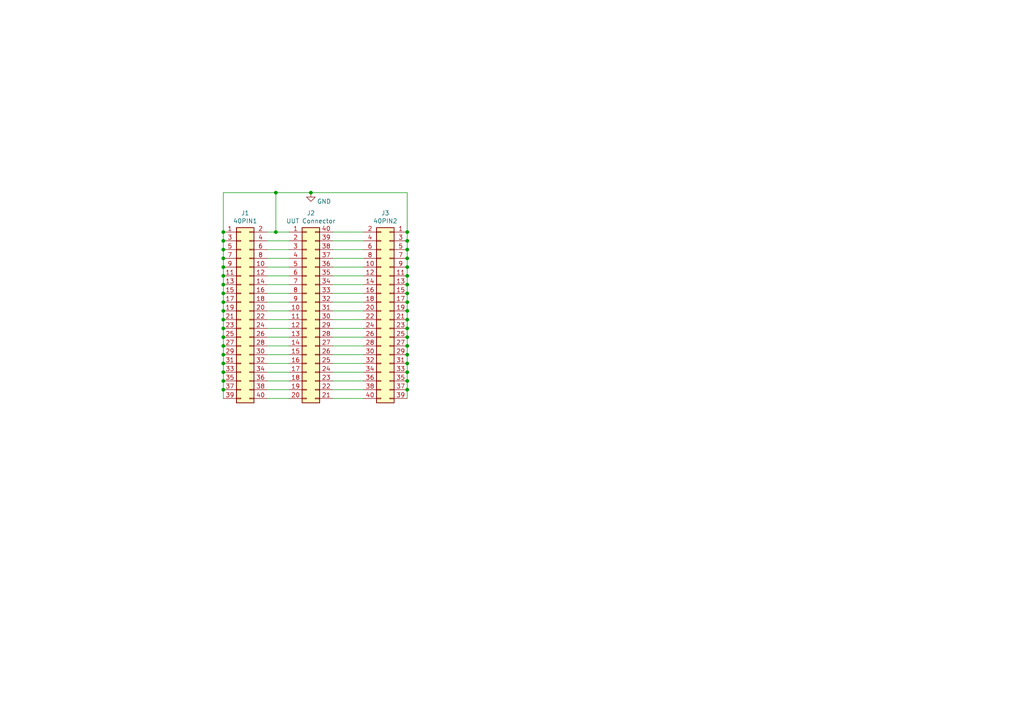
<source format=kicad_sch>
(kicad_sch (version 20231120) (generator "eeschema") (generator_version "8.0")
  (paper "A4")
  (title_block (title "Fluke 9010 UUT Cable (6809 Version)") (date "2021-01-29") (rev "0.1") (comment 3 "mirko (novintic)"))
  (lib_symbols
    (symbol "Connector_Generic:Conn_02x20_Counter_Clockwise" (pin_names (offset 1.016) hide)
      (property "Reference" "J" (at 1.27 25.4 0))
      (property "Value" "Conn_02x20_Counter_Clockwise" (at 1.27 -27.94 0))
      (symbol "Conn_02x20_Counter_Clockwise_1_1"
        (rectangle (start -1.27 -25.273) (end 0 -25.527) (stroke (width 0.1524)))
        (rectangle (start -1.27 -22.733) (end 0 -22.987) (stroke (width 0.1524)))
        (rectangle (start -1.27 -20.193) (end 0 -20.447) (stroke (width 0.1524)))
        (rectangle (start -1.27 -17.653) (end 0 -17.907) (stroke (width 0.1524)))
        (rectangle (start -1.27 -15.113) (end 0 -15.367) (stroke (width 0.1524)))
        (rectangle (start -1.27 -12.573) (end 0 -12.827) (stroke (width 0.1524)))
        (rectangle (start -1.27 -10.033) (end 0 -10.287) (stroke (width 0.1524)))
        (rectangle (start -1.27 -7.493) (end 0 -7.747) (stroke (width 0.1524)))
        (rectangle (start -1.27 -4.953) (end 0 -5.207) (stroke (width 0.1524)))
        (rectangle (start -1.27 -2.413) (end 0 -2.667) (stroke (width 0.1524)))
        (rectangle (start -1.27 0.127) (end 0 -0.127) (stroke (width 0.1524)))
        (rectangle (start -1.27 2.667) (end 0 2.413) (stroke (width 0.1524)))
        (rectangle (start -1.27 5.207) (end 0 4.953) (stroke (width 0.1524)))
        (rectangle (start -1.27 7.747) (end 0 7.493) (stroke (width 0.1524)))
        (rectangle (start -1.27 10.287) (end 0 10.033) (stroke (width 0.1524)))
        (rectangle (start -1.27 12.827) (end 0 12.573) (stroke (width 0.1524)))
        (rectangle (start -1.27 15.367) (end 0 15.113) (stroke (width 0.1524)))
        (rectangle (start -1.27 17.907) (end 0 17.653) (stroke (width 0.1524)))
        (rectangle (start -1.27 20.447) (end 0 20.193) (stroke (width 0.1524)))
        (rectangle (start -1.27 22.987) (end 0 22.733) (stroke (width 0.1524)))
        (rectangle (start -1.27 24.13) (end 3.81 -26.67) (stroke (width 0.254)) (fill (type background)))
        (rectangle (start 3.81 -25.273) (end 2.54 -25.527) (stroke (width 0.1524)))
        (rectangle (start 3.81 -22.733) (end 2.54 -22.987) (stroke (width 0.1524)))
        (rectangle (start 3.81 -20.193) (end 2.54 -20.447) (stroke (width 0.1524)))
        (rectangle (start 3.81 -17.653) (end 2.54 -17.907) (stroke (width 0.1524)))
        (rectangle (start 3.81 -15.113) (end 2.54 -15.367) (stroke (width 0.1524)))
        (rectangle (start 3.81 -12.573) (end 2.54 -12.827) (stroke (width 0.1524)))
        (rectangle (start 3.81 -10.033) (end 2.54 -10.287) (stroke (width 0.1524)))
        (rectangle (start 3.81 -7.493) (end 2.54 -7.747) (stroke (width 0.1524)))
        (rectangle (start 3.81 -4.953) (end 2.54 -5.207) (stroke (width 0.1524)))
        (rectangle (start 3.81 -2.413) (end 2.54 -2.667) (stroke (width 0.1524)))
        (rectangle (start 3.81 0.127) (end 2.54 -0.127) (stroke (width 0.1524)))
        (rectangle (start 3.81 2.667) (end 2.54 2.413) (stroke (width 0.1524)))
        (rectangle (start 3.81 5.207) (end 2.54 4.953) (stroke (width 0.1524)))
        (rectangle (start 3.81 7.747) (end 2.54 7.493) (stroke (width 0.1524)))
        (rectangle (start 3.81 10.287) (end 2.54 10.033) (stroke (width 0.1524)))
        (rectangle (start 3.81 12.827) (end 2.54 12.573) (stroke (width 0.1524)))
        (rectangle (start 3.81 15.367) (end 2.54 15.113) (stroke (width 0.1524)))
        (rectangle (start 3.81 17.907) (end 2.54 17.653) (stroke (width 0.1524)))
        (rectangle (start 3.81 20.447) (end 2.54 20.193) (stroke (width 0.1524)))
        (rectangle (start 3.81 22.987) (end 2.54 22.733) (stroke (width 0.1524)))
        (pin passive line (at -5.08 22.86 0) (length 3.81) (name "Pin_1") (number "1"))
        (pin passive line (at -5.08 0 0) (length 3.81) (name "Pin_10") (number "10"))
        (pin passive line (at -5.08 -2.54 0) (length 3.81) (name "Pin_11") (number "11"))
        (pin passive line (at -5.08 -5.08 0) (length 3.81) (name "Pin_12") (number "12"))
        (pin passive line (at -5.08 -7.62 0) (length 3.81) (name "Pin_13") (number "13"))
        (pin passive line (at -5.08 -10.16 0) (length 3.81) (name "Pin_14") (number "14"))
        (pin passive line (at -5.08 -12.7 0) (length 3.81) (name "Pin_15") (number "15"))
        (pin passive line (at -5.08 -15.24 0) (length 3.81) (name "Pin_16") (number "16"))
        (pin passive line (at -5.08 -17.78 0) (length 3.81) (name "Pin_17") (number "17"))
        (pin passive line (at -5.08 -20.32 0) (length 3.81) (name "Pin_18") (number "18"))
        (pin passive line (at -5.08 -22.86 0) (length 3.81) (name "Pin_19") (number "19"))
        (pin passive line (at -5.08 20.32 0) (length 3.81) (name "Pin_2") (number "2"))
        (pin passive line (at -5.08 -25.4 0) (length 3.81) (name "Pin_20") (number "20"))
        (pin passive line (at 7.62 -25.4 180) (length 3.81) (name "Pin_21") (number "21"))
        (pin passive line (at 7.62 -22.86 180) (length 3.81) (name "Pin_22") (number "22"))
        (pin passive line (at 7.62 -20.32 180) (length 3.81) (name "Pin_23") (number "23"))
        (pin passive line (at 7.62 -17.78 180) (length 3.81) (name "Pin_24") (number "24"))
        (pin passive line (at 7.62 -15.24 180) (length 3.81) (name "Pin_25") (number "25"))
        (pin passive line (at 7.62 -12.7 180) (length 3.81) (name "Pin_26") (number "26"))
        (pin passive line (at 7.62 -10.16 180) (length 3.81) (name "Pin_27") (number "27"))
        (pin passive line (at 7.62 -7.62 180) (length 3.81) (name "Pin_28") (number "28"))
        (pin passive line (at 7.62 -5.08 180) (length 3.81) (name "Pin_29") (number "29"))
        (pin passive line (at -5.08 17.78 0) (length 3.81) (name "Pin_3") (number "3"))
        (pin passive line (at 7.62 -2.54 180) (length 3.81) (name "Pin_30") (number "30"))
        (pin passive line (at 7.62 0 180) (length 3.81) (name "Pin_31") (number "31"))
        (pin passive line (at 7.62 2.54 180) (length 3.81) (name "Pin_32") (number "32"))
        (pin passive line (at 7.62 5.08 180) (length 3.81) (name "Pin_33") (number "33"))
        (pin passive line (at 7.62 7.62 180) (length 3.81) (name "Pin_34") (number "34"))
        (pin passive line (at 7.62 10.16 180) (length 3.81) (name "Pin_35") (number "35"))
        (pin passive line (at 7.62 12.7 180) (length 3.81) (name "Pin_36") (number "36"))
        (pin passive line (at 7.62 15.24 180) (length 3.81) (name "Pin_37") (number "37"))
        (pin passive line (at 7.62 17.78 180) (length 3.81) (name "Pin_38") (number "38"))
        (pin passive line (at 7.62 20.32 180) (length 3.81) (name "Pin_39") (number "39"))
        (pin passive line (at -5.08 15.24 0) (length 3.81) (name "Pin_4") (number "4"))
        (pin passive line (at 7.62 22.86 180) (length 3.81) (name "Pin_40") (number "40"))
        (pin passive line (at -5.08 12.7 0) (length 3.81) (name "Pin_5") (number "5"))
        (pin passive line (at -5.08 10.16 0) (length 3.81) (name "Pin_6") (number "6"))
        (pin passive line (at -5.08 7.62 0) (length 3.81) (name "Pin_7") (number "7"))
        (pin passive line (at -5.08 5.08 0) (length 3.81) (name "Pin_8") (number "8"))
        (pin passive line (at -5.08 2.54 0) (length 3.81) (name "Pin_9") (number "9"))
      )
    )
    (symbol "Connector_Generic:Conn_02x20_Odd_Even" (pin_names (offset 1.016) hide)
      (property "Reference" "J" (at 1.27 25.4 0))
      (property "Value" "Conn_02x20_Odd_Even" (at 1.27 -27.94 0))
      (symbol "Conn_02x20_Odd_Even_1_1"
        (rectangle (start -1.27 -25.273) (end 0 -25.527) (stroke (width 0.1524)))
        (rectangle (start -1.27 -22.733) (end 0 -22.987) (stroke (width 0.1524)))
        (rectangle (start -1.27 -20.193) (end 0 -20.447) (stroke (width 0.1524)))
        (rectangle (start -1.27 -17.653) (end 0 -17.907) (stroke (width 0.1524)))
        (rectangle (start -1.27 -15.113) (end 0 -15.367) (stroke (width 0.1524)))
        (rectangle (start -1.27 -12.573) (end 0 -12.827) (stroke (width 0.1524)))
        (rectangle (start -1.27 -10.033) (end 0 -10.287) (stroke (width 0.1524)))
        (rectangle (start -1.27 -7.493) (end 0 -7.747) (stroke (width 0.1524)))
        (rectangle (start -1.27 -4.953) (end 0 -5.207) (stroke (width 0.1524)))
        (rectangle (start -1.27 -2.413) (end 0 -2.667) (stroke (width 0.1524)))
        (rectangle (start -1.27 0.127) (end 0 -0.127) (stroke (width 0.1524)))
        (rectangle (start -1.27 2.667) (end 0 2.413) (stroke (width 0.1524)))
        (rectangle (start -1.27 5.207) (end 0 4.953) (stroke (width 0.1524)))
        (rectangle (start -1.27 7.747) (end 0 7.493) (stroke (width 0.1524)))
        (rectangle (start -1.27 10.287) (end 0 10.033) (stroke (width 0.1524)))
        (rectangle (start -1.27 12.827) (end 0 12.573) (stroke (width 0.1524)))
        (rectangle (start -1.27 15.367) (end 0 15.113) (stroke (width 0.1524)))
        (rectangle (start -1.27 17.907) (end 0 17.653) (stroke (width 0.1524)))
        (rectangle (start -1.27 20.447) (end 0 20.193) (stroke (width 0.1524)))
        (rectangle (start -1.27 22.987) (end 0 22.733) (stroke (width 0.1524)))
        (rectangle (start -1.27 24.13) (end 3.81 -26.67) (stroke (width 0.254)) (fill (type background)))
        (rectangle (start 3.81 -25.273) (end 2.54 -25.527) (stroke (width 0.1524)))
        (rectangle (start 3.81 -22.733) (end 2.54 -22.987) (stroke (width 0.1524)))
        (rectangle (start 3.81 -20.193) (end 2.54 -20.447) (stroke (width 0.1524)))
        (rectangle (start 3.81 -17.653) (end 2.54 -17.907) (stroke (width 0.1524)))
        (rectangle (start 3.81 -15.113) (end 2.54 -15.367) (stroke (width 0.1524)))
        (rectangle (start 3.81 -12.573) (end 2.54 -12.827) (stroke (width 0.1524)))
        (rectangle (start 3.81 -10.033) (end 2.54 -10.287) (stroke (width 0.1524)))
        (rectangle (start 3.81 -7.493) (end 2.54 -7.747) (stroke (width 0.1524)))
        (rectangle (start 3.81 -4.953) (end 2.54 -5.207) (stroke (width 0.1524)))
        (rectangle (start 3.81 -2.413) (end 2.54 -2.667) (stroke (width 0.1524)))
        (rectangle (start 3.81 0.127) (end 2.54 -0.127) (stroke (width 0.1524)))
        (rectangle (start 3.81 2.667) (end 2.54 2.413) (stroke (width 0.1524)))
        (rectangle (start 3.81 5.207) (end 2.54 4.953) (stroke (width 0.1524)))
        (rectangle (start 3.81 7.747) (end 2.54 7.493) (stroke (width 0.1524)))
        (rectangle (start 3.81 10.287) (end 2.54 10.033) (stroke (width 0.1524)))
        (rectangle (start 3.81 12.827) (end 2.54 12.573) (stroke (width 0.1524)))
        (rectangle (start 3.81 15.367) (end 2.54 15.113) (stroke (width 0.1524)))
        (rectangle (start 3.81 17.907) (end 2.54 17.653) (stroke (width 0.1524)))
        (rectangle (start 3.81 20.447) (end 2.54 20.193) (stroke (width 0.1524)))
        (rectangle (start 3.81 22.987) (end 2.54 22.733) (stroke (width 0.1524)))
        (pin passive line (at -5.08 22.86 0) (length 3.81) (name "Pin_1") (number "1"))
        (pin passive line (at 7.62 12.7 180) (length 3.81) (name "Pin_10") (number "10"))
        (pin passive line (at -5.08 10.16 0) (length 3.81) (name "Pin_11") (number "11"))
        (pin passive line (at 7.62 10.16 180) (length 3.81) (name "Pin_12") (number "12"))
        (pin passive line (at -5.08 7.62 0) (length 3.81) (name "Pin_13") (number "13"))
        (pin passive line (at 7.62 7.62 180) (length 3.81) (name "Pin_14") (number "14"))
        (pin passive line (at -5.08 5.08 0) (length 3.81) (name "Pin_15") (number "15"))
        (pin passive line (at 7.62 5.08 180) (length 3.81) (name "Pin_16") (number "16"))
        (pin passive line (at -5.08 2.54 0) (length 3.81) (name "Pin_17") (number "17"))
        (pin passive line (at 7.62 2.54 180) (length 3.81) (name "Pin_18") (number "18"))
        (pin passive line (at -5.08 0 0) (length 3.81) (name "Pin_19") (number "19"))
        (pin passive line (at 7.62 22.86 180) (length 3.81) (name "Pin_2") (number "2"))
        (pin passive line (at 7.62 0 180) (length 3.81) (name "Pin_20") (number "20"))
        (pin passive line (at -5.08 -2.54 0) (length 3.81) (name "Pin_21") (number "21"))
        (pin passive line (at 7.62 -2.54 180) (length 3.81) (name "Pin_22") (number "22"))
        (pin passive line (at -5.08 -5.08 0) (length 3.81) (name "Pin_23") (number "23"))
        (pin passive line (at 7.62 -5.08 180) (length 3.81) (name "Pin_24") (number "24"))
        (pin passive line (at -5.08 -7.62 0) (length 3.81) (name "Pin_25") (number "25"))
        (pin passive line (at 7.62 -7.62 180) (length 3.81) (name "Pin_26") (number "26"))
        (pin passive line (at -5.08 -10.16 0) (length 3.81) (name "Pin_27") (number "27"))
        (pin passive line (at 7.62 -10.16 180) (length 3.81) (name "Pin_28") (number "28"))
        (pin passive line (at -5.08 -12.7 0) (length 3.81) (name "Pin_29") (number "29"))
        (pin passive line (at -5.08 20.32 0) (length 3.81) (name "Pin_3") (number "3"))
        (pin passive line (at 7.62 -12.7 180) (length 3.81) (name "Pin_30") (number "30"))
        (pin passive line (at -5.08 -15.24 0) (length 3.81) (name "Pin_31") (number "31"))
        (pin passive line (at 7.62 -15.24 180) (length 3.81) (name "Pin_32") (number "32"))
        (pin passive line (at -5.08 -17.78 0) (length 3.81) (name "Pin_33") (number "33"))
        (pin passive line (at 7.62 -17.78 180) (length 3.81) (name "Pin_34") (number "34"))
        (pin passive line (at -5.08 -20.32 0) (length 3.81) (name "Pin_35") (number "35"))
        (pin passive line (at 7.62 -20.32 180) (length 3.81) (name "Pin_36") (number "36"))
        (pin passive line (at -5.08 -22.86 0) (length 3.81) (name "Pin_37") (number "37"))
        (pin passive line (at 7.62 -22.86 180) (length 3.81) (name "Pin_38") (number "38"))
        (pin passive line (at -5.08 -25.4 0) (length 3.81) (name "Pin_39") (number "39"))
        (pin passive line (at 7.62 20.32 180) (length 3.81) (name "Pin_4") (number "4"))
        (pin passive line (at 7.62 -25.4 180) (length 3.81) (name "Pin_40") (number "40"))
        (pin passive line (at -5.08 17.78 0) (length 3.81) (name "Pin_5") (number "5"))
        (pin passive line (at 7.62 17.78 180) (length 3.81) (name "Pin_6") (number "6"))
        (pin passive line (at -5.08 15.24 0) (length 3.81) (name "Pin_7") (number "7"))
        (pin passive line (at 7.62 15.24 180) (length 3.81) (name "Pin_8") (number "8"))
        (pin passive line (at -5.08 12.7 0) (length 3.81) (name "Pin_9") (number "9"))
      )
    )
    (symbol "UUT_Cable_Header-rescue:GND-power" (power) (pin_names (offset 0))
      (property "Value" "power_GND" (at 0 -3.81 0))
      (symbol "GND-power_0_1"
        (polyline (pts (xy 0 0) (xy 0 -1.27) (xy 1.27 -1.27) (xy 0 -2.54) (xy -1.27 -1.27) (xy 0 -1.27)))
      )
      (symbol "GND-power_1_1"
        (pin power_in line (at 0 0 270) (length 0) hide (name "GND") (number "1"))
      )
    )
  )
  (junction (at 64.77 100.33))
  (junction (at 118.11 97.79))
  (junction (at 118.11 95.25))
  (junction (at 64.77 87.63))
  (junction (at 118.11 92.71))
  (junction (at 80.01 67.31))
  (junction (at 118.11 85.09))
  (junction (at 64.77 67.31))
  (junction (at 64.77 74.93))
  (junction (at 118.11 105.41))
  (junction (at 80.01 55.88))
  (junction (at 118.11 87.63))
  (junction (at 64.77 80.01))
  (junction (at 64.77 95.25))
  (junction (at 118.11 110.49))
  (junction (at 64.77 113.03))
  (junction (at 64.77 72.39))
  (junction (at 64.77 110.49))
  (junction (at 118.11 80.01))
  (junction (at 118.11 69.85))
  (junction (at 64.77 85.09))
  (junction (at 64.77 77.47))
  (junction (at 64.77 105.41))
  (junction (at 64.77 92.71))
  (junction (at 118.11 100.33))
  (junction (at 118.11 74.93))
  (junction (at 118.11 72.39))
  (junction (at 64.77 82.55))
  (junction (at 118.11 82.55))
  (junction (at 118.11 77.47))
  (junction (at 118.11 67.31))
  (junction (at 118.11 107.95))
  (junction (at 64.77 69.85))
  (junction (at 64.77 97.79))
  (junction (at 64.77 102.87))
  (junction (at 90.17 55.88))
  (junction (at 118.11 90.17))
  (junction (at 64.77 90.17))
  (junction (at 118.11 113.03))
  (junction (at 64.77 107.95))
  (junction (at 118.11 102.87))
  (wire (pts (xy 77.47 77.47) (xy 83.82 77.47)))
  (wire (pts (xy 118.11 74.93) (xy 118.11 77.47)))
  (wire (pts (xy 77.47 110.49) (xy 83.82 110.49)))
  (wire (pts (xy 96.52 95.25) (xy 105.41 95.25)))
  (wire (pts (xy 80.01 55.88) (xy 80.01 67.31)))
  (wire (pts (xy 64.77 110.49) (xy 64.77 107.95)))
  (wire (pts (xy 118.11 82.55) (xy 118.11 85.09)))
  (wire (pts (xy 96.52 115.57) (xy 105.41 115.57)))
  (wire (pts (xy 77.47 102.87) (xy 83.82 102.87)))
  (wire (pts (xy 64.77 97.79) (xy 64.77 95.25)))
  (wire (pts (xy 64.77 92.71) (xy 64.77 90.17)))
  (wire (pts (xy 80.01 55.88) (xy 90.17 55.88)))
  (wire (pts (xy 96.52 82.55) (xy 105.41 82.55)))
  (wire (pts (xy 118.11 97.79) (xy 118.11 100.33)))
  (wire (pts (xy 64.77 80.01) (xy 64.77 77.47)))
  (wire (pts (xy 77.47 85.09) (xy 83.82 85.09)))
  (wire (pts (xy 96.52 72.39) (xy 105.41 72.39)))
  (wire (pts (xy 96.52 113.03) (xy 105.41 113.03)))
  (wire (pts (xy 118.11 90.17) (xy 118.11 92.71)))
  (wire (pts (xy 96.52 90.17) (xy 105.41 90.17)))
  (wire (pts (xy 64.77 105.41) (xy 64.77 102.87)))
  (wire (pts (xy 96.52 110.49) (xy 105.41 110.49)))
  (wire (pts (xy 96.52 102.87) (xy 105.41 102.87)))
  (wire (pts (xy 80.01 67.31) (xy 83.82 67.31)))
  (wire (pts (xy 118.11 110.49) (xy 118.11 113.03)))
  (wire (pts (xy 77.47 87.63) (xy 83.82 87.63)))
  (wire (pts (xy 77.47 107.95) (xy 83.82 107.95)))
  (wire (pts (xy 96.52 107.95) (xy 105.41 107.95)))
  (wire (pts (xy 77.47 105.41) (xy 83.82 105.41)))
  (wire (pts (xy 96.52 100.33) (xy 105.41 100.33)))
  (wire (pts (xy 64.77 95.25) (xy 64.77 92.71)))
  (wire (pts (xy 96.52 74.93) (xy 105.41 74.93)))
  (wire (pts (xy 96.52 105.41) (xy 105.41 105.41)))
  (wire (pts (xy 118.11 77.47) (xy 118.11 80.01)))
  (wire (pts (xy 64.77 74.93) (xy 64.77 72.39)))
  (wire (pts (xy 64.77 67.31) (xy 64.77 55.88)))
  (wire (pts (xy 96.52 69.85) (xy 105.41 69.85)))
  (wire (pts (xy 64.77 113.03) (xy 64.77 110.49)))
  (wire (pts (xy 96.52 87.63) (xy 105.41 87.63)))
  (wire (pts (xy 77.47 113.03) (xy 83.82 113.03)))
  (wire (pts (xy 77.47 80.01) (xy 83.82 80.01)))
  (wire (pts (xy 118.11 55.88) (xy 118.11 67.31)))
  (wire (pts (xy 64.77 69.85) (xy 64.77 67.31)))
  (wire (pts (xy 118.11 72.39) (xy 118.11 74.93)))
  (wire (pts (xy 96.52 80.01) (xy 105.41 80.01)))
  (wire (pts (xy 77.47 115.57) (xy 83.82 115.57)))
  (wire (pts (xy 77.47 67.31) (xy 80.01 67.31)))
  (wire (pts (xy 118.11 80.01) (xy 118.11 82.55)))
  (wire (pts (xy 77.47 92.71) (xy 83.82 92.71)))
  (wire (pts (xy 77.47 90.17) (xy 83.82 90.17)))
  (wire (pts (xy 96.52 85.09) (xy 105.41 85.09)))
  (wire (pts (xy 64.77 82.55) (xy 64.77 80.01)))
  (wire (pts (xy 64.77 72.39) (xy 64.77 69.85)))
  (wire (pts (xy 118.11 95.25) (xy 118.11 97.79)))
  (wire (pts (xy 77.47 74.93) (xy 83.82 74.93)))
  (wire (pts (xy 118.11 113.03) (xy 118.11 115.57)))
  (wire (pts (xy 96.52 67.31) (xy 105.41 67.31)))
  (wire (pts (xy 77.47 97.79) (xy 83.82 97.79)))
  (wire (pts (xy 90.17 55.88) (xy 118.11 55.88)))
  (wire (pts (xy 118.11 100.33) (xy 118.11 102.87)))
  (wire (pts (xy 77.47 95.25) (xy 83.82 95.25)))
  (wire (pts (xy 64.77 87.63) (xy 64.77 85.09)))
  (wire (pts (xy 64.77 77.47) (xy 64.77 74.93)))
  (wire (pts (xy 64.77 90.17) (xy 64.77 87.63)))
  (wire (pts (xy 118.11 67.31) (xy 118.11 69.85)))
  (wire (pts (xy 96.52 77.47) (xy 105.41 77.47)))
  (wire (pts (xy 96.52 92.71) (xy 105.41 92.71)))
  (wire (pts (xy 64.77 102.87) (xy 64.77 100.33)))
  (wire (pts (xy 118.11 92.71) (xy 118.11 95.25)))
  (wire (pts (xy 118.11 87.63) (xy 118.11 90.17)))
  (wire (pts (xy 64.77 100.33) (xy 64.77 97.79)))
  (wire (pts (xy 64.77 115.57) (xy 64.77 113.03)))
  (wire (pts (xy 118.11 102.87) (xy 118.11 105.41)))
  (wire (pts (xy 77.47 72.39) (xy 83.82 72.39)))
  (wire (pts (xy 64.77 85.09) (xy 64.77 82.55)))
  (wire (pts (xy 77.47 100.33) (xy 83.82 100.33)))
  (wire (pts (xy 118.11 107.95) (xy 118.11 110.49)))
  (wire (pts (xy 118.11 105.41) (xy 118.11 107.95)))
  (wire (pts (xy 118.11 69.85) (xy 118.11 72.39)))
  (wire (pts (xy 118.11 85.09) (xy 118.11 87.63)))
  (wire (pts (xy 64.77 55.88) (xy 80.01 55.88)))
  (wire (pts (xy 96.52 97.79) (xy 105.41 97.79)))
  (wire (pts (xy 77.47 69.85) (xy 83.82 69.85)))
  (wire (pts (xy 64.77 107.95) (xy 64.77 105.41)))
  (wire (pts (xy 77.47 82.55) (xy 83.82 82.55)))
  (symbol (lib_id "Connector_Generic:Conn_02x20_Odd_Even") (at 69.85 90.17 0) (unit 1)
    (property "Reference" "J1" (at 71.12 61.7982 0))
    (property "Value" "40PIN1" (at 71.12 64.1096 0))
    (property "Footprint" "Connector_PinSocket_2.54mm:PinSocket_2x20_P2.54mm_Vertical" (effects (hide yes)))
  )
  (symbol (lib_id "Connector_Generic:Conn_02x20_Odd_Even") (at 113.03 90.17 0) (mirror y) (unit 1)
    (property "Reference" "J3" (at 111.76 61.7982 0))
    (property "Value" "40PIN2" (at 111.76 64.1096 0))
    (property "Footprint" "Connector_PinSocket_2.54mm:PinSocket_2x20_P2.54mm_Vertical" (effects (hide yes)))
  )
  (symbol (lib_id "Connector_Generic:Conn_02x20_Counter_Clockwise") (at 88.9 90.17 0) (unit 1)
    (property "Reference" "J2" (at 90.17 61.7982 0))
    (property "Value" "UUT Connector" (at 90.17 64.1096 0))
    (property "Footprint" "Package_DIP:DIP-40_W15.24mm" (effects (hide yes)))
  )
  (symbol (lib_id "UUT_Cable_Header-rescue:GND-power") (at 90.17 55.88 0) (unit 1)
    (property "Reference" "#PWR0101" (effects (hide yes)))
    (property "Value" "GND" (at 93.98 58.42 0))
  )
)
</source>
